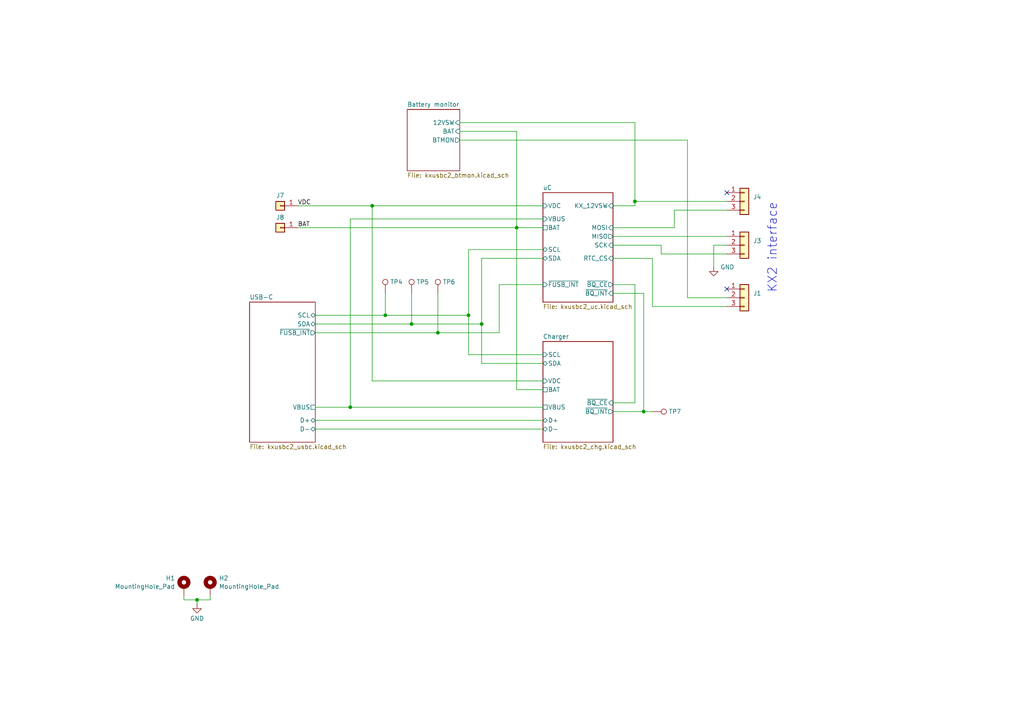
<source format=kicad_sch>
(kicad_sch (version 20250114) (generator "eeschema") (generator_version "9.0")
  (paper "A4")
  (title_block (title "KXUSBC2 – Internal USB-C charger for the Elecraft KX2") (comment 1 "Licensed under CERN-OHL-W v2") (comment 2 "© 2025-2026 HB9DQM"))
  (lib_symbols
    (symbol "Connector:TestPoint" (pin_numbers (hide yes)) (pin_names (offset 0.762) (hide yes))
      (property "Reference" "TP" (at 0 6.858 0))
      (property "Value" "TestPoint" (at 0 5.08 0))
      (symbol "TestPoint_0_1"
        (circle (center 0 3.302) (radius 0.762))
      )
      (symbol "TestPoint_1_1"
        (pin passive line (at 0 0 90) (length 2.54) (name "1") (number "1"))
      )
    )
    (symbol "Connector_Generic:Conn_01x01" (pin_names (offset 1.016) (hide yes))
      (property "Reference" "J" (at 0 2.54 0))
      (property "Value" "Conn_01x01" (at 0 -2.54 0))
      (symbol "Conn_01x01_1_1"
        (rectangle (start -1.27 1.27) (end 1.27 -1.27) (stroke (width 0.254)) (fill (type background)))
        (rectangle (start -1.27 0.127) (end 0 -0.127) (stroke (width 0.1524)))
        (pin passive line (at -5.08 0 0) (length 3.81) (name "Pin_1") (number "1"))
      )
    )
    (symbol "Connector_Generic:Conn_01x03" (pin_names (offset 1.016) (hide yes))
      (property "Reference" "J" (at 0 5.08 0))
      (property "Value" "Conn_01x03" (at 0 -5.08 0))
      (symbol "Conn_01x03_1_1"
        (rectangle (start -1.27 3.81) (end 1.27 -3.81) (stroke (width 0.254)) (fill (type background)))
        (rectangle (start -1.27 2.667) (end 0 2.413) (stroke (width 0.1524)))
        (rectangle (start -1.27 0.127) (end 0 -0.127) (stroke (width 0.1524)))
        (rectangle (start -1.27 -2.413) (end 0 -2.667) (stroke (width 0.1524)))
        (pin passive line (at -5.08 2.54 0) (length 3.81) (name "Pin_1") (number "1"))
        (pin passive line (at -5.08 0 0) (length 3.81) (name "Pin_2") (number "2"))
        (pin passive line (at -5.08 -2.54 0) (length 3.81) (name "Pin_3") (number "3"))
      )
    )
    (symbol "Mechanical:MountingHole_Pad" (pin_numbers (hide yes)) (pin_names (offset 1.016) (hide yes)) (in_bom no)
      (property "Reference" "H" (at 0 6.35 0))
      (property "Value" "MountingHole_Pad" (at 0 4.445 0))
      (symbol "MountingHole_Pad_0_1"
        (circle (center 0 1.27) (radius 1.27) (stroke (width 1.27)))
      )
      (symbol "MountingHole_Pad_1_1"
        (pin input line (at 0 -2.54 90) (length 2.54) (name "1") (number "1"))
      )
    )
    (symbol "power:GND" (power) (pin_numbers (hide yes)) (pin_names (offset 0) (hide yes))
      (property "Value" "GND" (at 0 -3.81 0))
      (symbol "GND_0_1"
        (polyline (pts (xy 0 0) (xy 0 -1.27) (xy 1.27 -1.27) (xy 0 -2.54) (xy -1.27 -1.27) (xy 0 -1.27)))
      )
      (symbol "GND_1_1"
        (pin power_in line (at 0 0 270) (length 0) (name "~") (number "1"))
      )
    )
  )
  (text "KX2 interface" (at 224.028 71.882 90) (effects (font (size 2.54 2.54))))
  (junction (at 135.89 91.44))
  (junction (at 107.95 59.69))
  (junction (at 111.76 91.44))
  (junction (at 184.15 58.42))
  (junction (at 57.15 173.99))
  (junction (at 149.86 66.04))
  (junction (at 119.38 93.98))
  (junction (at 186.69 119.38))
  (junction (at 127 96.52))
  (junction (at 139.7 93.98))
  (junction (at 101.6 118.11))
  (no_connect (at 210.82 55.88))
  (no_connect (at 210.82 83.82))
  (wire (pts (xy 111.76 91.44) (xy 135.89 91.44)))
  (wire (pts (xy 149.86 66.04) (xy 149.86 113.03)))
  (wire (pts (xy 144.78 96.52) (xy 144.78 82.55)))
  (wire (pts (xy 184.15 58.42) (xy 210.82 58.42)))
  (wire (pts (xy 144.78 82.55) (xy 157.48 82.55)))
  (wire (pts (xy 127 96.52) (xy 144.78 96.52)))
  (wire (pts (xy 177.8 74.93) (xy 189.23 74.93)))
  (wire (pts (xy 177.8 85.09) (xy 186.69 85.09)))
  (wire (pts (xy 195.58 66.04) (xy 177.8 66.04)))
  (wire (pts (xy 157.48 66.04) (xy 149.86 66.04)))
  (wire (pts (xy 199.39 86.36) (xy 210.82 86.36)))
  (wire (pts (xy 199.39 40.64) (xy 199.39 86.36)))
  (wire (pts (xy 139.7 93.98) (xy 139.7 74.93)))
  (wire (pts (xy 91.44 96.52) (xy 127 96.52)))
  (wire (pts (xy 189.23 88.9) (xy 210.82 88.9)))
  (wire (pts (xy 119.38 85.09) (xy 119.38 93.98)))
  (wire (pts (xy 210.82 60.96) (xy 195.58 60.96)))
  (wire (pts (xy 207.01 71.12) (xy 207.01 77.47)))
  (wire (pts (xy 139.7 105.41) (xy 139.7 93.98)))
  (wire (pts (xy 177.8 68.58) (xy 210.82 68.58)))
  (wire (pts (xy 191.77 73.66) (xy 191.77 71.12)))
  (wire (pts (xy 86.36 59.69) (xy 107.95 59.69)))
  (wire (pts (xy 135.89 102.87) (xy 135.89 91.44)))
  (wire (pts (xy 91.44 121.92) (xy 157.48 121.92)))
  (wire (pts (xy 139.7 74.93) (xy 157.48 74.93)))
  (wire (pts (xy 135.89 91.44) (xy 135.89 72.39)))
  (wire (pts (xy 184.15 35.56) (xy 184.15 58.42)))
  (wire (pts (xy 210.82 73.66) (xy 191.77 73.66)))
  (wire (pts (xy 184.15 116.84) (xy 177.8 116.84)))
  (wire (pts (xy 149.86 38.1) (xy 149.86 66.04)))
  (wire (pts (xy 195.58 60.96) (xy 195.58 66.04)))
  (wire (pts (xy 157.48 63.5) (xy 101.6 63.5)))
  (wire (pts (xy 91.44 91.44) (xy 111.76 91.44)))
  (wire (pts (xy 91.44 124.46) (xy 157.48 124.46)))
  (wire (pts (xy 133.35 40.64) (xy 199.39 40.64)))
  (wire (pts (xy 177.8 71.12) (xy 191.77 71.12)))
  (wire (pts (xy 127 85.09) (xy 127 96.52)))
  (wire (pts (xy 86.36 66.04) (xy 149.86 66.04)))
  (wire (pts (xy 177.8 82.55) (xy 184.15 82.55)))
  (wire (pts (xy 186.69 85.09) (xy 186.69 119.38)))
  (wire (pts (xy 157.48 105.41) (xy 139.7 105.41)))
  (wire (pts (xy 91.44 93.98) (xy 119.38 93.98)))
  (wire (pts (xy 111.76 85.09) (xy 111.76 91.44)))
  (wire (pts (xy 133.35 35.56) (xy 184.15 35.56)))
  (wire (pts (xy 177.8 59.69) (xy 184.15 59.69)))
  (wire (pts (xy 119.38 93.98) (xy 139.7 93.98)))
  (wire (pts (xy 135.89 72.39) (xy 157.48 72.39)))
  (wire (pts (xy 189.23 74.93) (xy 189.23 88.9)))
  (wire (pts (xy 210.82 71.12) (xy 207.01 71.12)))
  (wire (pts (xy 184.15 58.42) (xy 184.15 59.69)))
  (wire (pts (xy 186.69 119.38) (xy 177.8 119.38)))
  (wire (pts (xy 91.44 118.11) (xy 101.6 118.11)))
  (wire (pts (xy 107.95 59.69) (xy 157.48 59.69)))
  (wire (pts (xy 157.48 110.49) (xy 107.95 110.49)))
  (wire (pts (xy 133.35 38.1) (xy 149.86 38.1)))
  (wire (pts (xy 53.34 172.72) (xy 53.34 173.99)))
  (wire (pts (xy 107.95 110.49) (xy 107.95 59.69)))
  (wire (pts (xy 60.96 173.99) (xy 57.15 173.99)))
  (wire (pts (xy 57.15 173.99) (xy 57.15 175.26)))
  (wire (pts (xy 149.86 113.03) (xy 157.48 113.03)))
  (wire (pts (xy 101.6 118.11) (xy 157.48 118.11)))
  (wire (pts (xy 53.34 173.99) (xy 57.15 173.99)))
  (wire (pts (xy 101.6 63.5) (xy 101.6 118.11)))
  (wire (pts (xy 186.69 119.38) (xy 189.23 119.38)))
  (wire (pts (xy 157.48 102.87) (xy 135.89 102.87)))
  (wire (pts (xy 184.15 82.55) (xy 184.15 116.84)))
  (wire (pts (xy 60.96 172.72) (xy 60.96 173.99)))
  (label "BAT" (at 86.36 66.04 0))
  (label "VDC" (at 86.36 59.69 0))
  (symbol (lib_id "Connector_Generic:Conn_01x03") (at 215.9 86.36 0) (unit 1)
    (property "Reference" "J1" (at 218.44 85.0899 0) (effects (justify left)))
    (property "Value" "Conn_01x03" (effects (hide yes)))
    (property "Footprint" "2307727:TE_1-2307727-3" (effects (hide yes)))
    (property "Description" "Generic connector, single row, 01x03, script generated (kicad-library-utils/schlib/autogen/connector/)" (effects (hide yes)))
    (property "LCSC" "C3322456" (effects (hide yes)))
  )
  (symbol (lib_id "Connector_Generic:Conn_01x01") (at 81.28 59.69 180) (unit 1) (in_bom no)
    (property "Reference" "J7" (at 81.28 56.6999 0))
    (property "Value" "Conn_01x01" (effects (hide yes)))
    (property "Footprint" "Connector_Wire:SolderWire-0.5sqmm_1x01_D0.9mm_OD2.3mm" (effects (hide yes)))
    (property "Description" "Generic connector, single row, 01x01, script generated (kicad-library-utils/schlib/autogen/connector/)" (effects (hide yes)))
  )
  (symbol (lib_id "Connector:TestPoint") (at 127 85.09 0) (unit 1) (in_bom no)
    (property "Reference" "TP6" (at 128.397 81.788 0) (effects (justify left)))
    (property "Value" "TestPoint" (effects (hide yes)))
    (property "Footprint" "TestPoint:TestPoint_Pad_D1.0mm" (effects (hide yes)))
    (property "Description" "test point" (effects (hide yes)))
  )
  (symbol (lib_id "Mechanical:MountingHole_Pad") (at 53.34 170.18 0) (unit 1)
    (property "Reference" "H1" (at 50.8 167.6978 0) (effects (justify right)))
    (property "Value" "MountingHole_Pad" (at 50.8 170.1221 0) (effects (justify right)))
    (property "Footprint" "Wuerth_9774030151_HS:Wuerth_9774030151_HS" (effects (hide yes)))
    (property "Description" "with solder pad on bottom for hand soldering" (effects (hide yes)))
    (property "LCSC" "C5373032" (effects (hide yes)))
  )
  (symbol (lib_id "Connector:TestPoint") (at 111.76 85.09 0) (unit 1) (in_bom no)
    (property "Reference" "TP4" (at 113.157 81.788 0) (effects (justify left)))
    (property "Value" "TestPoint" (effects (hide yes)))
    (property "Footprint" "TestPoint:TestPoint_Pad_D1.0mm" (effects (hide yes)))
    (property "Description" "test point" (effects (hide yes)))
  )
  (symbol (lib_id "Connector_Generic:Conn_01x03") (at 215.9 71.12 0) (unit 1)
    (property "Reference" "J3" (at 218.44 69.8499 0) (effects (justify left)))
    (property "Value" "Conn_01x03" (effects (hide yes)))
    (property "Footprint" "2307727:TE_1-2307727-3" (effects (hide yes)))
    (property "Description" "Generic connector, single row, 01x03, script generated (kicad-library-utils/schlib/autogen/connector/)" (effects (hide yes)))
    (property "LCSC" "C3322456" (effects (hide yes)))
  )
  (symbol (lib_id "Connector:TestPoint") (at 189.23 119.38 270) (unit 1) (in_bom no)
    (property "Reference" "TP7" (at 193.929 119.38 90) (effects (justify left)))
    (property "Value" "TestPoint" (effects (hide yes)))
    (property "Footprint" "TestPoint:TestPoint_Pad_D1.0mm" (effects (hide yes)))
    (property "Description" "test point" (effects (hide yes)))
  )
  (symbol (lib_id "power:GND") (at 207.01 77.47 0) (unit 1)
    (property "Reference" "#PWR027" (effects (hide yes)))
    (property "Value" "GND" (at 208.915 77.47 0) (effects (justify left)))
    (property "Description" "Power symbol creates a global label with name \"GND\" , ground" (effects (hide yes)))
  )
  (symbol (lib_id "Connector_Generic:Conn_01x01") (at 81.28 66.04 180) (unit 1) (in_bom no)
    (property "Reference" "J8" (at 81.28 63.0499 0))
    (property "Value" "Conn_01x01" (effects (hide yes)))
    (property "Footprint" "Connector_Wire:SolderWire-0.5sqmm_1x01_D0.9mm_OD2.3mm" (effects (hide yes)))
    (property "Description" "Generic connector, single row, 01x01, script generated (kicad-library-utils/schlib/autogen/connector/)" (effects (hide yes)))
  )
  (symbol (lib_id "Connector:TestPoint") (at 119.38 85.09 0) (unit 1) (in_bom no)
    (property "Reference" "TP5" (at 120.777 81.788 0) (effects (justify left)))
    (property "Value" "TestPoint" (effects (hide yes)))
    (property "Footprint" "TestPoint:TestPoint_Pad_D1.0mm" (effects (hide yes)))
    (property "Description" "test point" (effects (hide yes)))
  )
  (symbol (lib_id "power:GND") (at 57.15 175.26 0) (unit 1)
    (property "Reference" "#PWR024" (effects (hide yes)))
    (property "Value" "GND" (at 57.15 179.3931 0))
    (property "Description" "Power symbol creates a global label with name \"GND\" , ground" (effects (hide yes)))
  )
  (symbol (lib_id "Mechanical:MountingHole_Pad") (at 60.96 170.18 0) (unit 1)
    (property "Reference" "H2" (at 63.5 167.6978 0) (effects (justify left)))
    (property "Value" "MountingHole_Pad" (at 63.5 170.1221 0) (effects (justify left)))
    (property "Footprint" "Wuerth_9774030151_HS:Wuerth_9774030151_HS" (effects (hide yes)))
    (property "Description" "with solder pad on bottom for hand soldering" (effects (hide yes)))
  )
  (symbol (lib_id "Connector_Generic:Conn_01x03") (at 215.9 58.42 0) (unit 1)
    (property "Reference" "J4" (at 218.44 57.1499 0) (effects (justify left)))
    (property "Value" "Conn_01x03" (effects (hide yes)))
    (property "Footprint" "2307727:TE_1-2307727-3" (effects (hide yes)))
    (property "Description" "Generic connector, single row, 01x03, script generated (kicad-library-utils/schlib/autogen/connector/)" (effects (hide yes)))
    (property "LCSC" "C3322456" (effects (hide yes)))
  )
  (sheet (at 157.48 99.06) (size 20.32 29.21) (stroke (width 0.1524))
    (property "Sheetname" "Charger" (at 157.48 98.3484 0) (effects (justify left bottom)))
    (property "Sheetfile" "kxusbc2_chg.kicad_sch" (at 157.48 128.8546 0) (effects (justify left top)))
    (pin "D+" bidirectional (at 157.48 121.92 180))
    (pin "D-" bidirectional (at 157.48 124.46 180))
    (pin "SCL" input (at 157.48 102.87 180))
    (pin "SDA" bidirectional (at 157.48 105.41 180))
    (pin "VBUS" passive (at 157.48 118.11 180))
    (pin "~{BQ_CE}" input (at 177.8 116.84 0))
    (pin "~{BQ_INT}" output (at 177.8 119.38 0))
    (pin "BAT" passive (at 157.48 113.03 180))
    (pin "VDC" input (at 157.48 110.49 180))
  )
  (sheet (at 157.48 55.88) (size 20.32 31.75) (stroke (width 0.1524))
    (property "Sheetname" "uC" (at 157.48 55.1684 0) (effects (justify left bottom)))
    (property "Sheetfile" "kxusbc2_uc.kicad_sch" (at 157.48 88.2146 0) (effects (justify left top)))
    (pin "BAT" passive (at 157.48 66.04 180))
    (pin "SCL" bidirectional (at 157.48 72.39 180))
    (pin "SDA" bidirectional (at 157.48 74.93 180))
    (pin "~{BQ_CE}" output (at 177.8 82.55 0))
    (pin "~{BQ_INT}" input (at 177.8 85.09 0))
    (pin "~{FUSB_INT}" input (at 157.48 82.55 180))
    (pin "KX_12VSW" input (at 177.8 59.69 0))
    (pin "MISO" output (at 177.8 68.58 0))
    (pin "MOSI" input (at 177.8 66.04 0))
    (pin "RTC_CS" input (at 177.8 74.93 0))
    (pin "SCK" input (at 177.8 71.12 0))
    (pin "VBUS" input (at 157.48 63.5 180))
    (pin "VDC" input (at 157.48 59.69 180))
  )
  (sheet (at 118.11 31.75) (size 15.24 17.78) (stroke (width 0.1524))
    (property "Sheetname" "Battery monitor" (at 118.11 31.0384 0) (effects (justify left bottom)))
    (property "Sheetfile" "kxusbc2_btmon.kicad_sch" (at 118.11 50.1146 0) (effects (justify left top)))
    (pin "12VSW" input (at 133.35 35.56 0))
    (pin "BAT" input (at 133.35 38.1 0))
    (pin "BTMON" output (at 133.35 40.64 0))
  )
  (sheet (at 72.39 87.63) (size 19.05 40.64) (stroke (width 0.1524))
    (property "Sheetname" "USB-C" (at 72.39 86.9184 0) (effects (justify left bottom)))
    (property "Sheetfile" "kxusbc2_usbc.kicad_sch" (at 72.39 128.8546 0) (effects (justify left top)))
    (pin "D+" bidirectional (at 91.44 121.92 0))
    (pin "D-" bidirectional (at 91.44 124.46 0))
    (pin "SCL" bidirectional (at 91.44 91.44 0))
    (pin "SDA" bidirectional (at 91.44 93.98 0))
    (pin "VBUS" passive (at 91.44 118.11 0))
    (pin "~{FUSB_INT}" output (at 91.44 96.52 0))
  )
)
</source>
